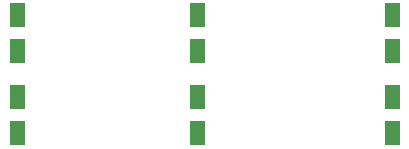
<source format=gbr>
G04 start of page 11 for group -4014 idx -4014 *
G04 Title: (unknown), bottompaste *
G04 Creator: pcb 20140316 *
G04 CreationDate: Fri 19 May 2017 10:14:56 PM GMT UTC *
G04 For: thomasc *
G04 Format: Gerber/RS-274X *
G04 PCB-Dimensions (mil): 2500.00 3000.00 *
G04 PCB-Coordinate-Origin: lower left *
%MOIN*%
%FSLAX25Y25*%
%LNBOTTOMPASTE*%
%ADD70R,0.0500X0.0500*%
G54D70*X127500Y207500D02*Y204500D01*
Y195500D02*Y192500D01*
X192500Y207500D02*Y204500D01*
Y195500D02*Y192500D01*
X67500Y207500D02*Y204500D01*
Y195500D02*Y192500D01*
X127500Y235000D02*Y232000D01*
Y223000D02*Y220000D01*
X67500Y235000D02*Y232000D01*
Y223000D02*Y220000D01*
X192500Y235000D02*Y232000D01*
Y223000D02*Y220000D01*
M02*

</source>
